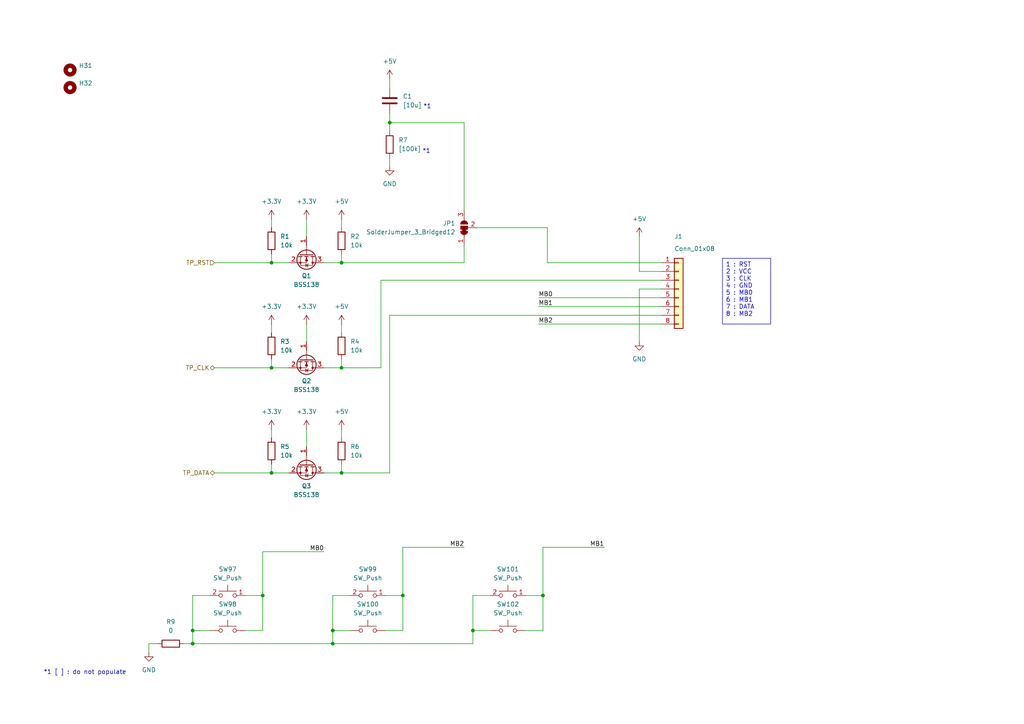
<source format=kicad_sch>
(kicad_sch (version 20231120) (generator "eeschema") (generator_version "8.0")
  (paper "A4")
  (lib_symbols
    (symbol "Connector_Generic:Conn_01x08" (pin_names (offset 1.016) hide)
      (property "Reference" "J" (at 0 10.16 0))
      (property "Value" "Conn_01x08" (at 0 -12.7 0))
      (symbol "Conn_01x08_1_1"
        (rectangle (start -1.27 -10.033) (end 0 -10.287) (stroke (width 0.1524)))
        (rectangle (start -1.27 -7.493) (end 0 -7.747) (stroke (width 0.1524)))
        (rectangle (start -1.27 -4.953) (end 0 -5.207) (stroke (width 0.1524)))
        (rectangle (start -1.27 -2.413) (end 0 -2.667) (stroke (width 0.1524)))
        (rectangle (start -1.27 0.127) (end 0 -0.127) (stroke (width 0.1524)))
        (rectangle (start -1.27 2.667) (end 0 2.413) (stroke (width 0.1524)))
        (rectangle (start -1.27 5.207) (end 0 4.953) (stroke (width 0.1524)))
        (rectangle (start -1.27 7.747) (end 0 7.493) (stroke (width 0.1524)))
        (rectangle (start -1.27 8.89) (end 1.27 -11.43) (stroke (width 0.254)) (fill (type background)))
        (pin passive line (at -5.08 7.62 0) (length 3.81) (name "Pin_1") (number "1"))
        (pin passive line (at -5.08 5.08 0) (length 3.81) (name "Pin_2") (number "2"))
        (pin passive line (at -5.08 2.54 0) (length 3.81) (name "Pin_3") (number "3"))
        (pin passive line (at -5.08 0 0) (length 3.81) (name "Pin_4") (number "4"))
        (pin passive line (at -5.08 -2.54 0) (length 3.81) (name "Pin_5") (number "5"))
        (pin passive line (at -5.08 -5.08 0) (length 3.81) (name "Pin_6") (number "6"))
        (pin passive line (at -5.08 -7.62 0) (length 3.81) (name "Pin_7") (number "7"))
        (pin passive line (at -5.08 -10.16 0) (length 3.81) (name "Pin_8") (number "8"))
      )
    )
    (symbol "Device:C" (pin_numbers hide) (pin_names (offset 0.254))
      (property "Reference" "C" (at 0.635 2.54 0))
      (property "Value" "C" (at 0.635 -2.54 0))
      (symbol "C_0_1"
        (polyline (pts (xy -2.032 -0.762) (xy 2.032 -0.762)) (stroke (width 0.508)))
        (polyline (pts (xy -2.032 0.762) (xy 2.032 0.762)) (stroke (width 0.508)))
      )
      (symbol "C_1_1"
        (pin passive line (at 0 3.81 270) (length 2.794) (name "~") (number "1"))
        (pin passive line (at 0 -3.81 90) (length 2.794) (name "~") (number "2"))
      )
    )
    (symbol "Device:R" (pin_numbers hide) (pin_names (offset 0))
      (property "Reference" "R" (at 2.032 0 90))
      (property "Value" "R" (at 0 0 90))
      (symbol "R_0_1"
        (rectangle (start -1.016 -2.54) (end 1.016 2.54) (stroke (width 0.254)))
      )
      (symbol "R_1_1"
        (pin passive line (at 0 3.81 270) (length 1.27) (name "~") (number "1"))
        (pin passive line (at 0 -3.81 90) (length 1.27) (name "~") (number "2"))
      )
    )
    (symbol "Jumper:SolderJumper_3_Bridged12" (pin_names (offset 0) hide) (exclude_from_sim yes) (in_bom no)
      (property "Reference" "JP" (at -2.54 -2.54 0))
      (property "Value" "SolderJumper_3_Bridged12" (at 0 2.794 0))
      (symbol "SolderJumper_3_Bridged12_0_1"
        (rectangle (start -1.016 0.508) (end -0.508 -0.508) (fill (type outline)))
        (arc (start -1.016 1.016) (mid -2.0276 0) (end -1.016 -1.016))
        (arc (start -1.016 1.016) (mid -2.0276 0) (end -1.016 -1.016) (fill (type outline)))
        (rectangle (start -0.508 1.016) (end 0.508 -1.016) (fill (type outline)))
        (polyline (pts (xy -2.54 0) (xy -2.032 0)))
        (polyline (pts (xy -1.016 1.016) (xy -1.016 -1.016)))
        (polyline (pts (xy 0 -1.27) (xy 0 -1.016)))
        (polyline (pts (xy 1.016 1.016) (xy 1.016 -1.016)))
        (polyline (pts (xy 2.54 0) (xy 2.032 0)))
        (arc (start 1.016 -1.016) (mid 2.0276 0) (end 1.016 1.016))
        (arc (start 1.016 -1.016) (mid 2.0276 0) (end 1.016 1.016) (fill (type outline)))
      )
      (symbol "SolderJumper_3_Bridged12_1_1"
        (pin passive line (at -5.08 0 0) (length 2.54) (name "A") (number "1"))
        (pin passive line (at 0 -3.81 90) (length 2.54) (name "C") (number "2"))
        (pin passive line (at 5.08 0 180) (length 2.54) (name "B") (number "3"))
      )
    )
    (symbol "Mechanical:MountingHole" (pin_names (offset 1.016)) (exclude_from_sim yes) (in_bom no)
      (property "Reference" "H" (at 0 5.08 0))
      (property "Value" "MountingHole" (at 0 3.175 0))
      (symbol "MountingHole_0_1"
        (circle (center 0 0) (radius 1.27) (stroke (width 1.27)))
      )
    )
    (symbol "SW_Push_1" (pin_names (offset 1.016) hide)
      (property "Reference" "SW" (at 1.27 2.54 0))
      (property "Value" "SW_Push" (at 0 -1.524 0))
      (symbol "SW_Push_1_0_1"
        (circle (center -2.032 0) (radius 0.508))
        (polyline (pts (xy 0 1.27) (xy 0 3.048)))
        (polyline (pts (xy 2.54 1.27) (xy -2.54 1.27)))
        (circle (center 2.032 0) (radius 0.508))
        (pin passive line (at -5.08 0 0) (length 2.54) (name "1") (number "1"))
        (pin passive line (at 5.08 0 180) (length 2.54) (name "2") (number "2"))
      )
    )
    (symbol "Switch:SW_Push" (pin_numbers hide) (pin_names (offset 1.016) hide)
      (property "Reference" "SW" (at 1.27 2.54 0))
      (property "Value" "SW_Push" (at 0 -1.524 0))
      (symbol "SW_Push_0_1"
        (circle (center -2.032 0) (radius 0.508))
        (polyline (pts (xy 0 1.27) (xy 0 3.048)))
        (polyline (pts (xy 2.54 1.27) (xy -2.54 1.27)))
        (circle (center 2.032 0) (radius 0.508))
        (pin passive line (at -5.08 0 0) (length 2.54) (name "1") (number "1"))
        (pin passive line (at 5.08 0 180) (length 2.54) (name "2") (number "2"))
      )
    )
    (symbol "Transistor_FET:BSS138" (pin_names hide)
      (property "Reference" "Q" (at 5.08 1.905 0))
      (property "Value" "BSS138" (at 5.08 0 0))
      (symbol "BSS138_0_1"
        (polyline (pts (xy 0.254 0) (xy -2.54 0)))
        (polyline (pts (xy 0.254 1.905) (xy 0.254 -1.905)) (stroke (width 0.254)))
        (polyline (pts (xy 0.762 -1.27) (xy 0.762 -2.286)) (stroke (width 0.254)))
        (polyline (pts (xy 0.762 0.508) (xy 0.762 -0.508)) (stroke (width 0.254)))
        (polyline (pts (xy 0.762 2.286) (xy 0.762 1.27)) (stroke (width 0.254)))
        (polyline (pts (xy 2.54 2.54) (xy 2.54 1.778)))
        (polyline (pts (xy 2.54 -2.54) (xy 2.54 0) (xy 0.762 0)))
        (polyline (pts (xy 0.762 -1.778) (xy 3.302 -1.778) (xy 3.302 1.778) (xy 0.762 1.778)))
        (polyline (pts (xy 1.016 0) (xy 2.032 0.381) (xy 2.032 -0.381) (xy 1.016 0)) (fill (type outline)))
        (polyline (pts (xy 2.794 0.508) (xy 2.921 0.381) (xy 3.683 0.381) (xy 3.81 0.254)))
        (polyline (pts (xy 3.302 0.381) (xy 2.921 -0.254) (xy 3.683 -0.254) (xy 3.302 0.381)))
        (circle (center 1.651 0) (radius 2.794) (stroke (width 0.254)))
        (circle (center 2.54 -1.778) (radius 0.254) (fill (type outline)))
        (circle (center 2.54 1.778) (radius 0.254) (fill (type outline)))
      )
      (symbol "BSS138_1_1"
        (pin input line (at -5.08 0 0) (length 2.54) (name "G") (number "1"))
        (pin passive line (at 2.54 -5.08 90) (length 2.54) (name "S") (number "2"))
        (pin passive line (at 2.54 5.08 270) (length 2.54) (name "D") (number "3"))
      )
    )
    (symbol "power:+3.3V" (power) (pin_numbers hide) (pin_names (offset 0) hide)
      (property "Value" "+3.3V" (at 0 3.556 0))
      (symbol "+3.3V_0_1"
        (polyline (pts (xy -0.762 1.27) (xy 0 2.54)))
        (polyline (pts (xy 0 0) (xy 0 2.54)))
        (polyline (pts (xy 0 2.54) (xy 0.762 1.27)))
      )
      (symbol "+3.3V_1_1"
        (pin power_in line (at 0 0 90) (length 0) (name "~") (number "1"))
      )
    )
    (symbol "power:+5V" (power) (pin_numbers hide) (pin_names (offset 0) hide)
      (property "Value" "+5V" (at 0 3.556 0))
      (symbol "+5V_0_1"
        (polyline (pts (xy -0.762 1.27) (xy 0 2.54)))
        (polyline (pts (xy 0 0) (xy 0 2.54)))
        (polyline (pts (xy 0 2.54) (xy 0.762 1.27)))
      )
      (symbol "+5V_1_1"
        (pin power_in line (at 0 0 90) (length 0) (name "~") (number "1"))
      )
    )
    (symbol "power:GND" (power) (pin_numbers hide) (pin_names (offset 0) hide)
      (property "Value" "GND" (at 0 -3.81 0))
      (symbol "GND_0_1"
        (polyline (pts (xy 0 0) (xy 0 -1.27) (xy 1.27 -1.27) (xy 0 -2.54) (xy -1.27 -1.27) (xy 0 -1.27)))
      )
      (symbol "GND_1_1"
        (pin power_in line (at 0 0 270) (length 0) (name "~") (number "1"))
      )
    )
  )
  (junction (at 99.06 76.2))
  (junction (at 76.2 172.72))
  (junction (at 137.16 182.88))
  (junction (at 78.74 106.68))
  (junction (at 99.06 106.68))
  (junction (at 116.84 172.72))
  (junction (at 78.74 137.16))
  (junction (at 113.03 35.56))
  (junction (at 96.52 186.69))
  (junction (at 55.88 186.69))
  (junction (at 96.52 182.88))
  (junction (at 55.88 182.88))
  (junction (at 78.74 76.2))
  (junction (at 157.48 172.72))
  (junction (at 99.06 137.16))
  (wire (pts (xy 113.03 33.02) (xy 113.03 35.56)))
  (wire (pts (xy 113.03 35.56) (xy 134.62 35.56)))
  (wire (pts (xy 137.16 182.88) (xy 142.24 182.88)))
  (wire (pts (xy 152.4 172.72) (xy 157.48 172.72)))
  (wire (pts (xy 76.2 182.88) (xy 76.2 172.72)))
  (wire (pts (xy 99.06 137.16) (xy 93.98 137.16)))
  (wire (pts (xy 111.76 182.88) (xy 116.84 182.88)))
  (wire (pts (xy 99.06 137.16) (xy 113.03 137.16)))
  (wire (pts (xy 78.74 63.5) (xy 78.74 66.04)))
  (wire (pts (xy 134.62 35.56) (xy 134.62 60.96)))
  (wire (pts (xy 156.21 86.36) (xy 191.77 86.36)))
  (wire (pts (xy 116.84 172.72) (xy 116.84 158.75)))
  (wire (pts (xy 185.42 83.82) (xy 191.77 83.82)))
  (wire (pts (xy 62.23 76.2) (xy 78.74 76.2)))
  (wire (pts (xy 110.49 81.28) (xy 110.49 106.68)))
  (wire (pts (xy 88.9 63.5) (xy 88.9 68.58)))
  (wire (pts (xy 157.48 158.75) (xy 175.26 158.75)))
  (wire (pts (xy 78.74 73.66) (xy 78.74 76.2)))
  (wire (pts (xy 142.24 172.72) (xy 137.16 172.72)))
  (wire (pts (xy 55.88 186.69) (xy 96.52 186.69)))
  (wire (pts (xy 62.23 137.16) (xy 78.74 137.16)))
  (wire (pts (xy 158.75 76.2) (xy 191.77 76.2)))
  (wire (pts (xy 99.06 106.68) (xy 93.98 106.68)))
  (wire (pts (xy 99.06 134.62) (xy 99.06 137.16)))
  (wire (pts (xy 43.18 186.69) (xy 45.72 186.69)))
  (wire (pts (xy 99.06 76.2) (xy 93.98 76.2)))
  (wire (pts (xy 99.06 104.14) (xy 99.06 106.68)))
  (wire (pts (xy 110.49 81.28) (xy 191.77 81.28)))
  (wire (pts (xy 99.06 124.46) (xy 99.06 127)))
  (wire (pts (xy 185.42 78.74) (xy 191.77 78.74)))
  (wire (pts (xy 96.52 182.88) (xy 96.52 186.69)))
  (wire (pts (xy 55.88 182.88) (xy 60.96 182.88)))
  (wire (pts (xy 60.96 172.72) (xy 55.88 172.72)))
  (wire (pts (xy 158.75 66.04) (xy 158.75 76.2)))
  (wire (pts (xy 185.42 68.58) (xy 185.42 78.74)))
  (wire (pts (xy 101.6 172.72) (xy 96.52 172.72)))
  (wire (pts (xy 96.52 182.88) (xy 101.6 182.88)))
  (wire (pts (xy 55.88 182.88) (xy 55.88 186.69)))
  (wire (pts (xy 76.2 172.72) (xy 76.2 160.02)))
  (wire (pts (xy 43.18 189.23) (xy 43.18 186.69)))
  (wire (pts (xy 78.74 104.14) (xy 78.74 106.68)))
  (wire (pts (xy 138.43 66.04) (xy 158.75 66.04)))
  (wire (pts (xy 152.4 182.88) (xy 157.48 182.88)))
  (wire (pts (xy 116.84 158.75) (xy 134.62 158.75)))
  (wire (pts (xy 111.76 172.72) (xy 116.84 172.72)))
  (wire (pts (xy 78.74 124.46) (xy 78.74 127)))
  (wire (pts (xy 137.16 172.72) (xy 137.16 182.88)))
  (wire (pts (xy 157.48 172.72) (xy 157.48 158.75)))
  (wire (pts (xy 88.9 93.98) (xy 88.9 99.06)))
  (wire (pts (xy 53.34 186.69) (xy 55.88 186.69)))
  (wire (pts (xy 113.03 22.86) (xy 113.03 25.4)))
  (wire (pts (xy 116.84 182.88) (xy 116.84 172.72)))
  (wire (pts (xy 134.62 71.12) (xy 134.62 76.2)))
  (wire (pts (xy 157.48 182.88) (xy 157.48 172.72)))
  (wire (pts (xy 156.21 93.98) (xy 191.77 93.98)))
  (wire (pts (xy 113.03 91.44) (xy 191.77 91.44)))
  (wire (pts (xy 55.88 172.72) (xy 55.88 182.88)))
  (wire (pts (xy 99.06 93.98) (xy 99.06 96.52)))
  (wire (pts (xy 78.74 106.68) (xy 83.82 106.68)))
  (wire (pts (xy 78.74 137.16) (xy 83.82 137.16)))
  (wire (pts (xy 113.03 45.72) (xy 113.03 48.26)))
  (wire (pts (xy 62.23 106.68) (xy 78.74 106.68)))
  (wire (pts (xy 156.21 88.9) (xy 191.77 88.9)))
  (wire (pts (xy 78.74 76.2) (xy 83.82 76.2)))
  (wire (pts (xy 96.52 186.69) (xy 137.16 186.69)))
  (wire (pts (xy 71.12 182.88) (xy 76.2 182.88)))
  (wire (pts (xy 76.2 160.02) (xy 93.98 160.02)))
  (wire (pts (xy 78.74 134.62) (xy 78.74 137.16)))
  (wire (pts (xy 71.12 172.72) (xy 76.2 172.72)))
  (wire (pts (xy 96.52 172.72) (xy 96.52 182.88)))
  (wire (pts (xy 99.06 106.68) (xy 110.49 106.68)))
  (wire (pts (xy 137.16 182.88) (xy 137.16 186.69)))
  (wire (pts (xy 88.9 124.46) (xy 88.9 129.54)))
  (wire (pts (xy 99.06 73.66) (xy 99.06 76.2)))
  (wire (pts (xy 113.03 91.44) (xy 113.03 137.16)))
  (wire (pts (xy 185.42 83.82) (xy 185.42 99.06)))
  (wire (pts (xy 99.06 63.5) (xy 99.06 66.04)))
  (wire (pts (xy 113.03 35.56) (xy 113.03 38.1)))
  (wire (pts (xy 99.06 76.2) (xy 134.62 76.2)))
  (wire (pts (xy 78.74 93.98) (xy 78.74 96.52)))
  (text_box "1 : RST\n2 : VCC\n3 : CLK\n4 : GND\n5 : MB0\n6 : MB1\n7 : DATA\n8 : MB2" (at 209.55 74.93 0) (size 13.97 19.05) (effects (font (size 1.27 1.27)) (justify left top)))
  (text "*1" (at 123.698 43.942 0) (effects (font (size 1.27 1.27))))
  (text "*1 [ ] : do not populate" (at 24.638 195.072 0) (effects (font (size 1.27 1.27))))
  (text "*1" (at 123.952 30.988 0) (effects (font (size 1.27 1.27))))
  (label "MB2" (at 134.62 158.75 180))
  (label "MB1" (at 156.21 88.9 0))
  (label "MB0" (at 156.21 86.36 0))
  (label "MB0" (at 93.98 160.02 180))
  (label "MB2" (at 156.21 93.98 0))
  (label "MB1" (at 175.26 158.75 180))
  (hierarchical_label "TP_RST" (shape input) (at 62.23 76.2 180))
  (hierarchical_label "TP_DATA" (shape bidirectional) (at 62.23 137.16 180))
  (hierarchical_label "TP_CLK" (shape bidirectional) (at 62.23 106.68 180))
  (symbol (lib_id "Transistor_FET:BSS138") (at 88.9 104.14 270) (unit 1)
    (property "Reference" "Q2" (at 88.9 110.49 90))
    (property "Value" "BSS138" (at 88.9 113.03 90))
    (property "Footprint" "Package_TO_SOT_SMD:SOT-23" (effects (hide yes)))
    (property "Datasheet" "https://www.onsemi.com/pub/Collateral/BSS138-D.PDF" (effects (hide yes)))
    (property "Description" "50V Vds, 0.22A Id, N-Channel MOSFET, SOT-23" (effects (hide yes)))
  )
  (symbol (lib_id "Jumper:SolderJumper_3_Bridged12") (at 134.62 66.04 90) (unit 1) (exclude_from_sim yes) (in_bom no)
    (property "Reference" "JP1" (at 132.08 64.7699 90) (effects (justify left)))
    (property "Value" "SolderJumper_3_Bridged12" (at 132.08 67.3099 90) (effects (justify left)))
    (property "Footprint" "Jumper:SolderJumper-3_P1.3mm_Bridged12_RoundedPad1.0x1.5mm" (effects (hide yes)))
    (property "Description" "3-pole Solder Jumper, pins 1+2 closed/bridged" (effects (hide yes)))
  )
  (symbol (lib_id "Device:R") (at 49.53 186.69 270) (unit 1)
    (property "Reference" "R9" (at 49.53 180.34 90))
    (property "Value" "0" (at 49.53 182.88 90))
    (property "Footprint" "Resistor_SMD:R_0603_1608Metric" (effects (hide yes)))
    (property "Description" "Resistor" (effects (hide yes)))
  )
  (symbol (lib_id "power:+3.3V") (at 88.9 63.5 0) (unit 1)
    (property "Reference" "#PWR02" (effects (hide yes)))
    (property "Value" "+3.3V" (at 88.9 58.42 0))
    (property "Description" "Power symbol creates a global label with name \"+3.3V\"" (effects (hide yes)))
  )
  (symbol (lib_id "Device:C") (at 113.03 29.21 0) (unit 1)
    (property "Reference" "C1" (at 116.84 27.9399 0) (effects (justify left)))
    (property "Value" "[10u]" (at 116.84 30.4799 0) (effects (justify left)))
    (property "Footprint" "Capacitor_SMD:C_0603_1608Metric" (effects (hide yes)))
    (property "Description" "Unpolarized capacitor" (effects (hide yes)))
  )
  (symbol (lib_id "power:+5V") (at 185.42 68.58 0) (unit 1)
    (property "Reference" "#PWR013" (effects (hide yes)))
    (property "Value" "+5V" (at 185.42 63.5 0))
    (property "Description" "Power symbol creates a global label with name \"+5V\"" (effects (hide yes)))
  )
  (symbol (lib_name "SW_Push_1") (lib_id "Switch:SW_Push") (at 147.32 172.72 0) (mirror y) (unit 1)
    (property "Reference" "SW101" (at 147.32 165.1 0))
    (property "Value" "SW_Push" (at 147.32 167.64 0))
    (property "Footprint" "my_keyswitch:SW_Hotswap_Kailh_MX" (effects (hide yes)))
  )
  (symbol (lib_id "Switch:SW_Push") (at 66.04 182.88 0) (unit 1)
    (property "Reference" "SW98" (at 66.04 175.26 0))
    (property "Value" "SW_Push" (at 66.04 177.8 0))
    (property "Footprint" "my_keyswitch:SW_Hotswap_Kailh_Choc_V1V2_no_mp" (effects (hide yes)))
  )
  (symbol (lib_id "power:+5V") (at 99.06 93.98 0) (unit 1)
    (property "Reference" "#PWR08" (effects (hide yes)))
    (property "Value" "+5V" (at 99.06 88.9 0))
    (property "Description" "Power symbol creates a global label with name \"+5V\"" (effects (hide yes)))
  )
  (symbol (lib_id "Device:R") (at 99.06 69.85 0) (unit 1)
    (property "Reference" "R2" (at 101.6 68.5799 0) (effects (justify left)))
    (property "Value" "10k" (at 101.6 71.1199 0) (effects (justify left)))
    (property "Footprint" "Resistor_SMD:R_0603_1608Metric" (effects (hide yes)))
    (property "Description" "Resistor" (effects (hide yes)))
  )
  (symbol (lib_id "Mechanical:MountingHole") (at 20.32 25.4 0) (unit 1) (exclude_from_sim yes) (in_bom no)
    (property "Reference" "H32" (at 22.86 24.1299 0) (effects (justify left)))
    (property "Value" "MountingHole" (effects (hide yes)))
    (property "Footprint" "MountingHole:MountingHole_2.2mm_M2" (effects (hide yes)))
    (property "Description" "Mounting Hole without connection" (effects (hide yes)))
  )
  (symbol (lib_id "power:+3.3V") (at 88.9 93.98 0) (unit 1)
    (property "Reference" "#PWR07" (effects (hide yes)))
    (property "Value" "+3.3V" (at 88.9 88.9 0))
    (property "Description" "Power symbol creates a global label with name \"+3.3V\"" (effects (hide yes)))
  )
  (symbol (lib_id "Mechanical:MountingHole") (at 20.32 20.32 0) (unit 1) (exclude_from_sim yes) (in_bom no)
    (property "Reference" "H31" (at 22.86 19.0499 0) (effects (justify left)))
    (property "Value" "MountingHole" (effects (hide yes)))
    (property "Footprint" "MountingHole:MountingHole_2.2mm_M2" (effects (hide yes)))
    (property "Description" "Mounting Hole without connection" (effects (hide yes)))
  )
  (symbol (lib_id "power:+3.3V") (at 78.74 93.98 0) (unit 1)
    (property "Reference" "#PWR06" (effects (hide yes)))
    (property "Value" "+3.3V" (at 78.74 88.9 0))
    (property "Description" "Power symbol creates a global label with name \"+3.3V\"" (effects (hide yes)))
  )
  (symbol (lib_name "SW_Push_1") (lib_id "Switch:SW_Push") (at 106.68 172.72 0) (mirror y) (unit 1)
    (property "Reference" "SW99" (at 106.68 165.1 0))
    (property "Value" "SW_Push" (at 106.68 167.64 0))
    (property "Footprint" "my_keyswitch:SW_Hotswap_Kailh_MX" (effects (hide yes)))
  )
  (symbol (lib_id "power:+3.3V") (at 88.9 124.46 0) (unit 1)
    (property "Reference" "#PWR010" (effects (hide yes)))
    (property "Value" "+3.3V" (at 88.9 119.38 0))
    (property "Description" "Power symbol creates a global label with name \"+3.3V\"" (effects (hide yes)))
  )
  (symbol (lib_id "Connector_Generic:Conn_01x08") (at 196.85 83.82 0) (unit 1)
    (property "Reference" "J1" (at 195.58 68.58 0) (effects (justify left)))
    (property "Value" "Conn_01x08" (at 195.58 72.136 0) (effects (justify left)))
    (property "Footprint" "Connector_JST:JST_PH_B8B-PH-K_1x08_P2.00mm_Vertical" (effects (hide yes)))
    (property "Description" "Generic connector, single row, 01x08, script generated (kicad-library-utils/schlib/autogen/connector/)" (effects (hide yes)))
  )
  (symbol (lib_id "power:+5V") (at 99.06 124.46 0) (unit 1)
    (property "Reference" "#PWR011" (effects (hide yes)))
    (property "Value" "+5V" (at 99.06 119.38 0))
    (property "Description" "Power symbol creates a global label with name \"+5V\"" (effects (hide yes)))
  )
  (symbol (lib_id "Device:R") (at 113.03 41.91 0) (unit 1)
    (property "Reference" "R7" (at 115.57 40.6399 0) (effects (justify left)))
    (property "Value" "[100k]" (at 115.57 43.1799 0) (effects (justify left)))
    (property "Footprint" "Resistor_SMD:R_0603_1608Metric" (effects (hide yes)))
    (property "Description" "Resistor" (effects (hide yes)))
  )
  (symbol (lib_id "Device:R") (at 99.06 100.33 0) (unit 1)
    (property "Reference" "R4" (at 101.6 99.0599 0) (effects (justify left)))
    (property "Value" "10k" (at 101.6 101.5999 0) (effects (justify left)))
    (property "Footprint" "Resistor_SMD:R_0603_1608Metric" (effects (hide yes)))
    (property "Description" "Resistor" (effects (hide yes)))
  )
  (symbol (lib_id "Device:R") (at 78.74 100.33 0) (unit 1)
    (property "Reference" "R3" (at 81.28 99.0599 0) (effects (justify left)))
    (property "Value" "10k" (at 81.28 101.5999 0) (effects (justify left)))
    (property "Footprint" "Resistor_SMD:R_0603_1608Metric" (effects (hide yes)))
    (property "Description" "Resistor" (effects (hide yes)))
  )
  (symbol (lib_id "Transistor_FET:BSS138") (at 88.9 73.66 270) (unit 1)
    (property "Reference" "Q1" (at 88.9 80.01 90))
    (property "Value" "BSS138" (at 88.9 82.55 90))
    (property "Footprint" "Package_TO_SOT_SMD:SOT-23" (effects (hide yes)))
    (property "Datasheet" "https://www.onsemi.com/pub/Collateral/BSS138-D.PDF" (effects (hide yes)))
    (property "Description" "50V Vds, 0.22A Id, N-Channel MOSFET, SOT-23" (effects (hide yes)))
  )
  (symbol (lib_id "Device:R") (at 99.06 130.81 0) (unit 1)
    (property "Reference" "R6" (at 101.6 129.5399 0) (effects (justify left)))
    (property "Value" "10k" (at 101.6 132.0799 0) (effects (justify left)))
    (property "Footprint" "Resistor_SMD:R_0603_1608Metric" (effects (hide yes)))
    (property "Description" "Resistor" (effects (hide yes)))
  )
  (symbol (lib_id "power:+5V") (at 113.03 22.86 0) (unit 1)
    (property "Reference" "#PWR014" (effects (hide yes)))
    (property "Value" "+5V" (at 113.03 17.78 0))
    (property "Description" "Power symbol creates a global label with name \"+5V\"" (effects (hide yes)))
  )
  (symbol (lib_name "SW_Push_1") (lib_id "Switch:SW_Push") (at 66.04 172.72 0) (mirror y) (unit 1)
    (property "Reference" "SW97" (at 66.04 165.1 0))
    (property "Value" "SW_Push" (at 66.04 167.64 0))
    (property "Footprint" "my_keyswitch:SW_Hotswap_Kailh_MX" (effects (hide yes)))
  )
  (symbol (lib_id "power:+5V") (at 99.06 63.5 0) (unit 1)
    (property "Reference" "#PWR05" (effects (hide yes)))
    (property "Value" "+5V" (at 99.06 58.42 0))
    (property "Description" "Power symbol creates a global label with name \"+5V\"" (effects (hide yes)))
  )
  (symbol (lib_id "power:GND") (at 113.03 48.26 0) (unit 1)
    (property "Reference" "#PWR015" (effects (hide yes)))
    (property "Value" "GND" (at 113.03 53.34 0))
    (property "Description" "Power symbol creates a global label with name \"GND\" , ground" (effects (hide yes)))
  )
  (symbol (lib_id "Switch:SW_Push") (at 106.68 182.88 0) (unit 1)
    (property "Reference" "SW100" (at 106.68 175.26 0))
    (property "Value" "SW_Push" (at 106.68 177.8 0))
    (property "Footprint" "my_keyswitch:SW_Hotswap_Kailh_Choc_V1V2_no_mp" (effects (hide yes)))
  )
  (symbol (lib_id "power:GND") (at 185.42 99.06 0) (unit 1)
    (property "Reference" "#PWR012" (effects (hide yes)))
    (property "Value" "GND" (at 185.42 104.14 0))
    (property "Description" "Power symbol creates a global label with name \"GND\" , ground" (effects (hide yes)))
  )
  (symbol (lib_id "Device:R") (at 78.74 69.85 0) (unit 1)
    (property "Reference" "R1" (at 81.28 68.5799 0) (effects (justify left)))
    (property "Value" "10k" (at 81.28 71.1199 0) (effects (justify left)))
    (property "Footprint" "Resistor_SMD:R_0603_1608Metric" (effects (hide yes)))
    (property "Description" "Resistor" (effects (hide yes)))
  )
  (symbol (lib_id "power:+3.3V") (at 78.74 63.5 0) (unit 1)
    (property "Reference" "#PWR03" (effects (hide yes)))
    (property "Value" "+3.3V" (at 78.74 58.42 0))
    (property "Description" "Power symbol creates a global label with name \"+3.3V\"" (effects (hide yes)))
  )
  (symbol (lib_id "Transistor_FET:BSS138") (at 88.9 134.62 270) (unit 1)
    (property "Reference" "Q3" (at 88.9 140.97 90))
    (property "Value" "BSS138" (at 88.9 143.51 90))
    (property "Footprint" "Package_TO_SOT_SMD:SOT-23" (effects (hide yes)))
    (property "Datasheet" "https://www.onsemi.com/pub/Collateral/BSS138-D.PDF" (effects (hide yes)))
    (property "Description" "50V Vds, 0.22A Id, N-Channel MOSFET, SOT-23" (effects (hide yes)))
  )
  (symbol (lib_id "power:GND") (at 43.18 189.23 0) (unit 1)
    (property "Reference" "#PWR017" (effects (hide yes)))
    (property "Value" "GND" (at 43.18 194.31 0))
    (property "Description" "Power symbol creates a global label with name \"GND\" , ground" (effects (hide yes)))
  )
  (symbol (lib_id "power:+3.3V") (at 78.74 124.46 0) (unit 1)
    (property "Reference" "#PWR09" (effects (hide yes)))
    (property "Value" "+3.3V" (at 78.74 119.38 0))
    (property "Description" "Power symbol creates a global label with name \"+3.3V\"" (effects (hide yes)))
  )
  (symbol (lib_id "Device:R") (at 78.74 130.81 0) (unit 1)
    (property "Reference" "R5" (at 81.28 129.5399 0) (effects (justify left)))
    (property "Value" "10k" (at 81.28 132.0799 0) (effects (justify left)))
    (property "Footprint" "Resistor_SMD:R_0603_1608Metric" (effects (hide yes)))
    (property "Description" "Resistor" (effects (hide yes)))
  )
  (symbol (lib_id "Switch:SW_Push") (at 147.32 182.88 0) (unit 1)
    (property "Reference" "SW102" (at 147.32 175.26 0))
    (property "Value" "SW_Push" (at 147.32 177.8 0))
    (property "Footprint" "my_keyswitch:SW_Hotswap_Kailh_Choc_V1V2_no_mp" (effects (hide yes)))
  )
)
</source>
